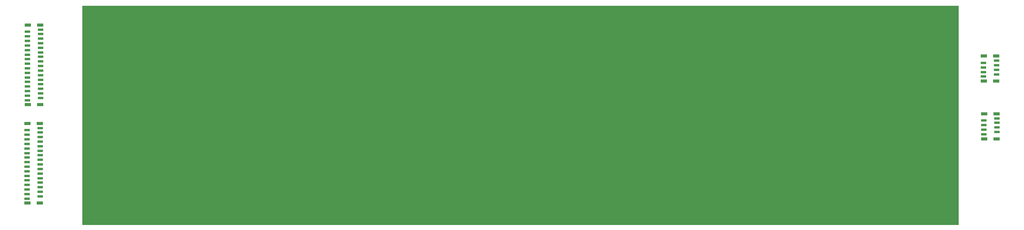
<source format=gbs>
G04 #@! TF.GenerationSoftware,KiCad,Pcbnew,6.0.8+dfsg-1~bpo11+1*
G04 #@! TF.CreationDate,2023-05-30T17:00:38-04:00*
G04 #@! TF.ProjectId,10_padded_high_res_loose,31305f70-6164-4646-9564-5f686967685f,rev?*
G04 #@! TF.SameCoordinates,Original*
G04 #@! TF.FileFunction,Soldermask,Bot*
G04 #@! TF.FilePolarity,Negative*
%FSLAX46Y46*%
G04 Gerber Fmt 4.6, Leading zero omitted, Abs format (unit mm)*
G04 Created by KiCad (PCBNEW 6.0.8+dfsg-1~bpo11+1) date 2023-05-30 17:00:38*
%MOMM*%
%LPD*%
G01*
G04 APERTURE LIST*
%ADD10C,0.050000*%
%ADD11R,1.200000X0.600000*%
%ADD12R,1.400000X0.800000*%
G04 APERTURE END LIST*
D10*
X62610000Y-56820000D02*
X254610000Y-56820000D01*
X254610000Y-56820000D02*
X254610000Y-104820000D01*
X254610000Y-104820000D02*
X62610000Y-104820000D01*
X62610000Y-104820000D02*
X62610000Y-56820000D01*
G36*
X62610000Y-56820000D02*
G01*
X254610000Y-56820000D01*
X254610000Y-104820000D01*
X62610000Y-104820000D01*
X62610000Y-56820000D01*
G37*
D11*
X263090000Y-81540000D03*
X260190000Y-82040000D03*
X263090000Y-82540000D03*
X260190000Y-83040000D03*
X263090000Y-83540000D03*
X260190000Y-84040000D03*
X263090000Y-84540000D03*
X260190000Y-85040000D03*
D12*
X262990000Y-80540000D03*
X260290000Y-80540000D03*
X262990000Y-86040000D03*
X260290000Y-86040000D03*
D11*
X53490000Y-62070000D03*
X50590000Y-62570000D03*
X53490000Y-63070000D03*
X50590000Y-63570000D03*
X53490000Y-64070000D03*
X50590000Y-64570000D03*
X53490000Y-65070000D03*
X50590000Y-65570000D03*
X53490000Y-66070000D03*
X50590000Y-66570000D03*
X53490000Y-67070000D03*
X50590000Y-67570000D03*
X53490000Y-68070000D03*
X50590000Y-68570000D03*
X53490000Y-69070000D03*
X50590000Y-69570000D03*
X53490000Y-70070000D03*
X50590000Y-70570000D03*
X53490000Y-71070000D03*
X50590000Y-71570000D03*
X53490000Y-72070000D03*
X50590000Y-72570000D03*
X53490000Y-73070000D03*
X50590000Y-73570000D03*
X53490000Y-74070000D03*
X50590000Y-74570000D03*
X53490000Y-75070000D03*
X50590000Y-75570000D03*
X53490000Y-76070000D03*
X50590000Y-76570000D03*
X53490000Y-77070000D03*
X50590000Y-77570000D03*
D12*
X53390000Y-61070000D03*
X50690000Y-61070000D03*
X53390000Y-78570000D03*
X50690000Y-78570000D03*
D11*
X50560000Y-99160000D03*
X53460000Y-98660000D03*
X50560000Y-98160000D03*
X53460000Y-97660000D03*
X50560000Y-97160000D03*
X53460000Y-96660000D03*
X50560000Y-96160000D03*
X53460000Y-95660000D03*
X50560000Y-95160000D03*
X53460000Y-94660000D03*
X50560000Y-94160000D03*
X53460000Y-93660000D03*
X50560000Y-93160000D03*
X53460000Y-92660000D03*
X50560000Y-92160000D03*
X53460000Y-91660000D03*
X50560000Y-91160000D03*
X53460000Y-90660000D03*
X50560000Y-90160000D03*
X53460000Y-89660000D03*
X50560000Y-89160000D03*
X53460000Y-88660000D03*
X50560000Y-88160000D03*
X53460000Y-87660000D03*
X50560000Y-87160000D03*
X53460000Y-86660000D03*
X50560000Y-86160000D03*
X53460000Y-85660000D03*
X50560000Y-85160000D03*
X53460000Y-84660000D03*
X50560000Y-84160000D03*
X53460000Y-83660000D03*
D12*
X50660000Y-100160000D03*
X53360000Y-100160000D03*
X50660000Y-82660000D03*
X53360000Y-82660000D03*
D11*
X262990000Y-68890000D03*
X260090000Y-69390000D03*
X262990000Y-69890000D03*
X260090000Y-70390000D03*
X262990000Y-70890000D03*
X260090000Y-71390000D03*
X262990000Y-71890000D03*
X260090000Y-72390000D03*
D12*
X262890000Y-67890000D03*
X260190000Y-67890000D03*
X262890000Y-73390000D03*
X260190000Y-73390000D03*
M02*

</source>
